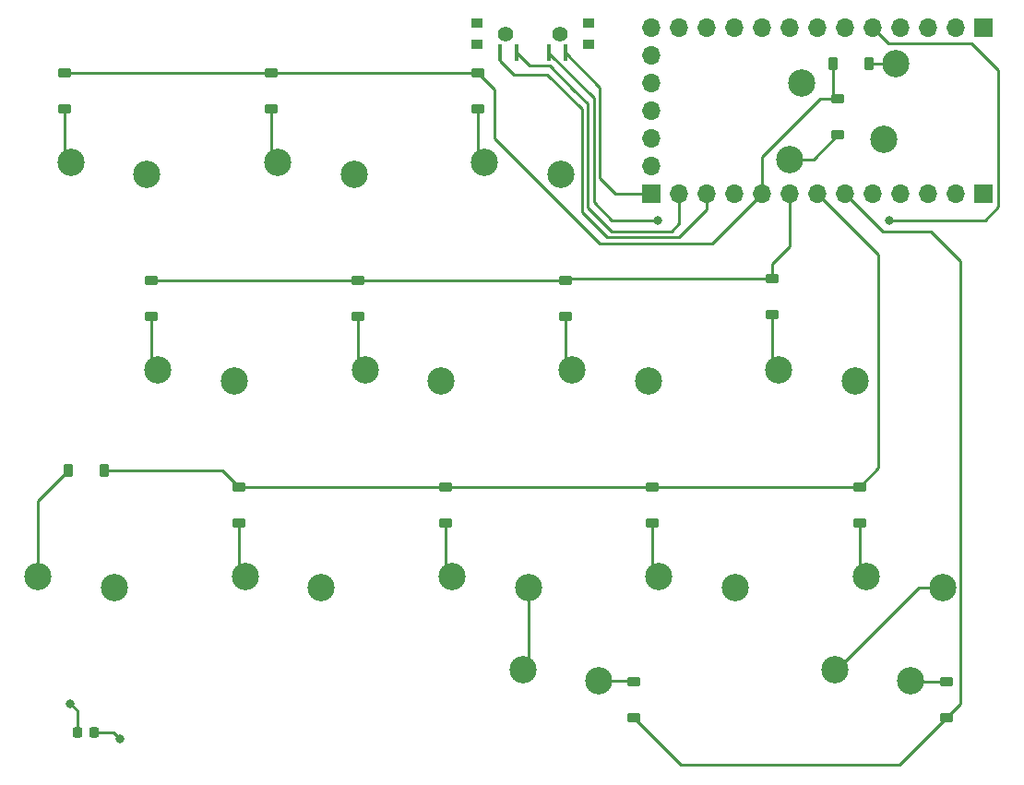
<source format=gbl>
%TF.GenerationSoftware,KiCad,Pcbnew,7.0.8*%
%TF.CreationDate,2023-11-29T19:23:37+01:00*%
%TF.ProjectId,Mathboard,4d617468-626f-4617-9264-2e6b69636164,rev?*%
%TF.SameCoordinates,Original*%
%TF.FileFunction,Copper,L2,Bot*%
%TF.FilePolarity,Positive*%
%FSLAX46Y46*%
G04 Gerber Fmt 4.6, Leading zero omitted, Abs format (unit mm)*
G04 Created by KiCad (PCBNEW 7.0.8) date 2023-11-29 19:23:37*
%MOMM*%
%LPD*%
G01*
G04 APERTURE LIST*
G04 Aperture macros list*
%AMRoundRect*
0 Rectangle with rounded corners*
0 $1 Rounding radius*
0 $2 $3 $4 $5 $6 $7 $8 $9 X,Y pos of 4 corners*
0 Add a 4 corners polygon primitive as box body*
4,1,4,$2,$3,$4,$5,$6,$7,$8,$9,$2,$3,0*
0 Add four circle primitives for the rounded corners*
1,1,$1+$1,$2,$3*
1,1,$1+$1,$4,$5*
1,1,$1+$1,$6,$7*
1,1,$1+$1,$8,$9*
0 Add four rect primitives between the rounded corners*
20,1,$1+$1,$2,$3,$4,$5,0*
20,1,$1+$1,$4,$5,$6,$7,0*
20,1,$1+$1,$6,$7,$8,$9,0*
20,1,$1+$1,$8,$9,$2,$3,0*%
G04 Aperture macros list end*
%TA.AperFunction,ComponentPad*%
%ADD10C,2.500000*%
%TD*%
%TA.AperFunction,SMDPad,CuDef*%
%ADD11RoundRect,0.225000X0.225000X0.375000X-0.225000X0.375000X-0.225000X-0.375000X0.225000X-0.375000X0*%
%TD*%
%TA.AperFunction,SMDPad,CuDef*%
%ADD12RoundRect,0.225000X0.375000X-0.225000X0.375000X0.225000X-0.375000X0.225000X-0.375000X-0.225000X0*%
%TD*%
%TA.AperFunction,ComponentPad*%
%ADD13R,1.700000X1.700000*%
%TD*%
%TA.AperFunction,ComponentPad*%
%ADD14O,1.700000X1.700000*%
%TD*%
%TA.AperFunction,SMDPad,CuDef*%
%ADD15RoundRect,0.225000X-0.375000X0.225000X-0.375000X-0.225000X0.375000X-0.225000X0.375000X0.225000X0*%
%TD*%
%TA.AperFunction,SMDPad,CuDef*%
%ADD16RoundRect,0.225000X-0.225000X-0.375000X0.225000X-0.375000X0.225000X0.375000X-0.225000X0.375000X0*%
%TD*%
%TA.AperFunction,SMDPad,CuDef*%
%ADD17RoundRect,0.225000X0.225000X0.250000X-0.225000X0.250000X-0.225000X-0.250000X0.225000X-0.250000X0*%
%TD*%
%TA.AperFunction,SMDPad,CuDef*%
%ADD18R,0.406400X1.499997*%
%TD*%
%TA.AperFunction,SMDPad,CuDef*%
%ADD19R,0.990600X0.812800*%
%TD*%
%TA.AperFunction,ComponentPad*%
%ADD20C,1.397000*%
%TD*%
%TA.AperFunction,ViaPad*%
%ADD21C,0.800000*%
%TD*%
%TA.AperFunction,Conductor*%
%ADD22C,0.250000*%
%TD*%
G04 APERTURE END LIST*
D10*
%TO.P,SW5,1,1*%
%TO.N,Net-(D5-A)*%
X166600000Y-46600000D03*
%TO.P,SW5,2,2*%
%TO.N,COL4*%
X165550000Y-53600000D03*
%TD*%
%TO.P,SW11,1,1*%
%TO.N,Net-(D11-A)*%
X106900000Y-93700000D03*
%TO.P,SW11,2,2*%
%TO.N,COL1*%
X113900000Y-94750000D03*
%TD*%
%TO.P,SW13,1,1*%
%TO.N,Net-(D13-A)*%
X144900000Y-93700000D03*
%TO.P,SW13,2,2*%
%TO.N,COL3*%
X151900000Y-94750000D03*
%TD*%
%TO.P,SW2,1,1*%
%TO.N,Net-(D2-A)*%
X109900000Y-55700000D03*
%TO.P,SW2,2,2*%
%TO.N,COL1*%
X116900000Y-56750000D03*
%TD*%
%TO.P,SW15,1,1*%
%TO.N,Net-(D15-A)*%
X139400000Y-103300000D03*
%TO.P,SW15,2,2*%
%TO.N,COL2*%
X132400000Y-102250000D03*
%TD*%
%TO.P,SW10,1,1*%
%TO.N,Net-(D10-A)*%
X87900000Y-93700000D03*
%TO.P,SW10,2,2*%
%TO.N,COL0*%
X94900000Y-94750000D03*
%TD*%
%TO.P,SW3,1,1*%
%TO.N,Net-(D3-A)*%
X128900000Y-55700000D03*
%TO.P,SW3,2,2*%
%TO.N,COL2*%
X135900000Y-56750000D03*
%TD*%
%TO.P,SW4,1,1*%
%TO.N,Net-(D4-A)*%
X156908000Y-55400000D03*
%TO.P,SW4,2,2*%
%TO.N,COL3*%
X157958000Y-48400000D03*
%TD*%
%TO.P,SW9,1,1*%
%TO.N,Net-(D9-A)*%
X155900000Y-74700000D03*
%TO.P,SW9,2,2*%
%TO.N,COL4*%
X162900000Y-75750000D03*
%TD*%
%TO.P,SW14,1,1*%
%TO.N,Net-(D14-A)*%
X163900000Y-93700000D03*
%TO.P,SW14,2,2*%
%TO.N,COL4*%
X170900000Y-94750000D03*
%TD*%
%TO.P,SW7,1,1*%
%TO.N,Net-(D7-A)*%
X117900000Y-74700000D03*
%TO.P,SW7,2,2*%
%TO.N,COL2*%
X124900000Y-75750000D03*
%TD*%
%TO.P,SW12,1,1*%
%TO.N,Net-(D12-A)*%
X125900000Y-93700000D03*
%TO.P,SW12,2,2*%
%TO.N,COL2*%
X132900000Y-94750000D03*
%TD*%
%TO.P,SW8,1,1*%
%TO.N,Net-(D8-A)*%
X136900000Y-74700000D03*
%TO.P,SW8,2,2*%
%TO.N,COL3*%
X143900000Y-75750000D03*
%TD*%
%TO.P,SW1,1,1*%
%TO.N,Net-(D1-A)*%
X90900000Y-55700000D03*
%TO.P,SW1,2,2*%
%TO.N,COL0*%
X97900000Y-56750000D03*
%TD*%
%TO.P,SW16,1,1*%
%TO.N,Net-(D16-A)*%
X168000000Y-103300000D03*
%TO.P,SW16,2,2*%
%TO.N,COL4*%
X161000000Y-102250000D03*
%TD*%
%TO.P,SW6,1,1*%
%TO.N,Net-(D6-A)*%
X98900000Y-74700000D03*
%TO.P,SW6,2,2*%
%TO.N,COL1*%
X105900000Y-75750000D03*
%TD*%
D11*
%TO.P,D10,1,K*%
%TO.N,ROW2*%
X93950000Y-84000000D03*
%TO.P,D10,2,A*%
%TO.N,Net-(D10-A)*%
X90650000Y-84000000D03*
%TD*%
D12*
%TO.P,D16,1,K*%
%TO.N,ROW3*%
X171300000Y-106650000D03*
%TO.P,D16,2,A*%
%TO.N,Net-(D16-A)*%
X171300000Y-103350000D03*
%TD*%
D13*
%TO.P,J1,1,Pin_1*%
%TO.N,Net-(J1-Pin_1)*%
X174680000Y-43360000D03*
D14*
%TO.P,J1,2,Pin_2*%
%TO.N,Net-(J1-Pin_2)*%
X172140000Y-43360000D03*
%TO.P,J1,3,Pin_3*%
%TO.N,GND*%
X169600000Y-43360000D03*
%TO.P,J1,4,Pin_4*%
%TO.N,Net-(J1-Pin_4)*%
X167060000Y-43360000D03*
%TO.P,J1,5,Pin_5*%
%TO.N,VDD*%
X164520000Y-43360000D03*
%TO.P,J1,6,Pin_6*%
%TO.N,Net-(J1-Pin_6)*%
X161980000Y-43360000D03*
%TO.P,J1,7,Pin_7*%
%TO.N,Net-(J1-Pin_7)*%
X159440000Y-43360000D03*
%TO.P,J1,8,Pin_8*%
%TO.N,Net-(J1-Pin_8)*%
X156900000Y-43360000D03*
%TO.P,J1,9,Pin_9*%
%TO.N,Net-(J1-Pin_9)*%
X154360000Y-43360000D03*
%TO.P,J1,10,Pin_10*%
%TO.N,Net-(J1-Pin_10)*%
X151820000Y-43360000D03*
%TO.P,J1,11,Pin_11*%
%TO.N,Net-(J1-Pin_11)*%
X149280000Y-43360000D03*
%TO.P,J1,12,Pin_12*%
%TO.N,Net-(J1-Pin_12)*%
X146740000Y-43360000D03*
%TD*%
D15*
%TO.P,D2,1,K*%
%TO.N,ROW0*%
X109300000Y-47500000D03*
%TO.P,D2,2,A*%
%TO.N,Net-(D2-A)*%
X109300000Y-50800000D03*
%TD*%
%TO.P,D7,1,K*%
%TO.N,ROW1*%
X117300000Y-66500000D03*
%TO.P,D7,2,A*%
%TO.N,Net-(D7-A)*%
X117300000Y-69800000D03*
%TD*%
%TO.P,D12,1,K*%
%TO.N,ROW2*%
X125300000Y-85500000D03*
%TO.P,D12,2,A*%
%TO.N,Net-(D12-A)*%
X125300000Y-88800000D03*
%TD*%
%TO.P,D1,1,K*%
%TO.N,ROW0*%
X90300000Y-47500000D03*
%TO.P,D1,2,A*%
%TO.N,Net-(D1-A)*%
X90300000Y-50800000D03*
%TD*%
D16*
%TO.P,D5,1,K*%
%TO.N,ROW0*%
X160850000Y-46600000D03*
%TO.P,D5,2,A*%
%TO.N,Net-(D5-A)*%
X164150000Y-46600000D03*
%TD*%
D13*
%TO.P,J2,1,Pin_1*%
%TO.N,RGB_DIN*%
X174680000Y-58600000D03*
D14*
%TO.P,J2,2,Pin_2*%
%TO.N,Net-(J2-Pin_2)*%
X172140000Y-58600000D03*
%TO.P,J2,3,Pin_3*%
%TO.N,Net-(J2-Pin_3)*%
X169600000Y-58600000D03*
%TO.P,J2,4,Pin_4*%
%TO.N,GND*%
X167060000Y-58600000D03*
%TO.P,J2,5,Pin_5*%
X164520000Y-58600000D03*
%TO.P,J2,6,Pin_6*%
%TO.N,ROW3*%
X161980000Y-58600000D03*
%TO.P,J2,7,Pin_7*%
%TO.N,ROW2*%
X159440000Y-58600000D03*
%TO.P,J2,8,Pin_8*%
%TO.N,ROW1*%
X156900000Y-58600000D03*
%TO.P,J2,9,Pin_9*%
%TO.N,ROW0*%
X154360000Y-58600000D03*
%TO.P,J2,10,Pin_10*%
%TO.N,Net-(J2-Pin_10)*%
X151820000Y-58600000D03*
%TO.P,J2,11,Pin_11*%
%TO.N,Net-(J2-Pin_11)*%
X149280000Y-58600000D03*
%TO.P,J2,12,Pin_12*%
%TO.N,Net-(J2-Pin_12)*%
X146740000Y-58600000D03*
%TD*%
D15*
%TO.P,D9,1,K*%
%TO.N,ROW1*%
X155300000Y-66350000D03*
%TO.P,D9,2,A*%
%TO.N,Net-(D9-A)*%
X155300000Y-69650000D03*
%TD*%
%TO.P,D3,1,K*%
%TO.N,ROW0*%
X128300000Y-47500000D03*
%TO.P,D3,2,A*%
%TO.N,Net-(D3-A)*%
X128300000Y-50800000D03*
%TD*%
%TO.P,D11,1,K*%
%TO.N,ROW2*%
X106300000Y-85500000D03*
%TO.P,D11,2,A*%
%TO.N,Net-(D11-A)*%
X106300000Y-88800000D03*
%TD*%
D17*
%TO.P,C1,1*%
%TO.N,VDD*%
X93075000Y-108000000D03*
%TO.P,C1,2*%
%TO.N,GND*%
X91525000Y-108000000D03*
%TD*%
D15*
%TO.P,D8,1,K*%
%TO.N,ROW1*%
X136300000Y-66500000D03*
%TO.P,D8,2,A*%
%TO.N,Net-(D8-A)*%
X136300000Y-69800000D03*
%TD*%
D13*
%TO.P,J4,1,Pin_1*%
%TO.N,Net-(J4-Pin_1)*%
X144200000Y-58600000D03*
D14*
%TO.P,J4,2,Pin_2*%
%TO.N,COL4*%
X144200000Y-56060000D03*
%TO.P,J4,3,Pin_3*%
%TO.N,COL3*%
X144200000Y-53520000D03*
%TO.P,J4,4,Pin_4*%
%TO.N,COL2*%
X144200000Y-50980000D03*
%TO.P,J4,5,Pin_5*%
%TO.N,COL1*%
X144200000Y-48440000D03*
%TO.P,J4,6,Pin_6*%
%TO.N,COL0*%
X144200000Y-45900000D03*
%TO.P,J4,7,Pin_7*%
%TO.N,Net-(J4-Pin_7)*%
X144200000Y-43360000D03*
%TD*%
D12*
%TO.P,D15,1,K*%
%TO.N,ROW3*%
X142550000Y-106650000D03*
%TO.P,D15,2,A*%
%TO.N,Net-(D15-A)*%
X142550000Y-103350000D03*
%TD*%
D15*
%TO.P,D13,1,K*%
%TO.N,ROW2*%
X144300000Y-85500000D03*
%TO.P,D13,2,A*%
%TO.N,Net-(D13-A)*%
X144300000Y-88800000D03*
%TD*%
%TO.P,D6,1,K*%
%TO.N,ROW1*%
X98300000Y-66500000D03*
%TO.P,D6,2,A*%
%TO.N,Net-(D6-A)*%
X98300000Y-69800000D03*
%TD*%
%TO.P,D4,1,K*%
%TO.N,ROW0*%
X161300000Y-49850000D03*
%TO.P,D4,2,A*%
%TO.N,Net-(D4-A)*%
X161300000Y-53150000D03*
%TD*%
%TO.P,D14,1,K*%
%TO.N,ROW2*%
X163300000Y-85500000D03*
%TO.P,D14,2,A*%
%TO.N,Net-(D14-A)*%
X163300000Y-88800000D03*
%TD*%
D18*
%TO.P,SW17,1,1*%
%TO.N,Net-(J2-Pin_11)*%
X130299999Y-45648000D03*
%TO.P,SW17,2,2*%
%TO.N,Net-(J2-Pin_12)*%
X131799999Y-45648000D03*
%TO.P,SW17,3,3*%
%TO.N,VDD*%
X134800001Y-45648000D03*
%TO.P,SW17,4,4*%
%TO.N,Net-(J4-Pin_1)*%
X136300000Y-45648000D03*
D19*
%TO.P,SW17,5*%
%TO.N,N/C*%
X128150000Y-44869500D03*
%TO.P,SW17,6*%
X128150000Y-42926500D03*
D20*
%TO.P,SW17,7*%
X130799999Y-43897500D03*
%TO.P,SW17,8*%
X135800000Y-43897500D03*
D19*
%TO.P,SW17,9*%
X138450000Y-44869500D03*
%TO.P,SW17,10*%
X138450000Y-42926500D03*
%TD*%
D21*
%TO.N,VDD*%
X144800000Y-61000000D03*
X95400000Y-108600000D03*
X166050000Y-61000000D03*
%TO.N,GND*%
X90850000Y-105350000D03*
%TD*%
D22*
%TO.N,ROW0*%
X154360000Y-58540000D02*
X149800000Y-63100000D01*
X149800000Y-63100000D02*
X139450000Y-63100000D01*
X160850000Y-46600000D02*
X160850000Y-49400000D01*
X129800000Y-49000000D02*
X128300000Y-47500000D01*
X129800000Y-53450000D02*
X129800000Y-49000000D01*
X90300000Y-47500000D02*
X128300000Y-47500000D01*
X154360000Y-55190000D02*
X154360000Y-58540000D01*
X139450000Y-63100000D02*
X129800000Y-53450000D01*
X159700000Y-49850000D02*
X154360000Y-55190000D01*
X161300000Y-49850000D02*
X159700000Y-49850000D01*
X160850000Y-49400000D02*
X161300000Y-49850000D01*
%TO.N,Net-(D1-A)*%
X90300000Y-55100000D02*
X90900000Y-55700000D01*
X90300000Y-50800000D02*
X90300000Y-55100000D01*
%TO.N,Net-(D2-A)*%
X109300000Y-55100000D02*
X109900000Y-55700000D01*
X109300000Y-50800000D02*
X109300000Y-55100000D01*
%TO.N,Net-(D3-A)*%
X128300000Y-50800000D02*
X128300000Y-55100000D01*
X128300000Y-55100000D02*
X128900000Y-55700000D01*
%TO.N,Net-(D4-A)*%
X159050000Y-55400000D02*
X161300000Y-53150000D01*
X156908000Y-55400000D02*
X159050000Y-55400000D01*
%TO.N,ROW1*%
X98300000Y-66500000D02*
X136300000Y-66500000D01*
X155300000Y-65000000D02*
X156900000Y-63400000D01*
X156900000Y-63400000D02*
X156900000Y-58540000D01*
X136450000Y-66350000D02*
X136300000Y-66500000D01*
X155300000Y-66350000D02*
X136450000Y-66350000D01*
X155300000Y-66350000D02*
X155300000Y-65000000D01*
%TO.N,Net-(D5-A)*%
X164150000Y-46600000D02*
X166600000Y-46600000D01*
%TO.N,Net-(D6-A)*%
X98300000Y-69800000D02*
X98300000Y-74100000D01*
X98300000Y-74100000D02*
X98900000Y-74700000D01*
%TO.N,Net-(D7-A)*%
X117300000Y-69800000D02*
X117300000Y-74100000D01*
X117300000Y-74100000D02*
X117900000Y-74700000D01*
%TO.N,Net-(D8-A)*%
X136300000Y-74100000D02*
X136900000Y-74700000D01*
X136300000Y-69800000D02*
X136300000Y-74100000D01*
%TO.N,ROW2*%
X125300000Y-85500000D02*
X144300000Y-85500000D01*
X144300000Y-85500000D02*
X163300000Y-85500000D01*
X163300000Y-85500000D02*
X165050000Y-83750000D01*
X106300000Y-85500000D02*
X125300000Y-85500000D01*
X104800000Y-84000000D02*
X106300000Y-85500000D01*
X165050000Y-83750000D02*
X165050000Y-64150000D01*
X93950000Y-84000000D02*
X104800000Y-84000000D01*
X165050000Y-64150000D02*
X159440000Y-58540000D01*
%TO.N,Net-(D9-A)*%
X155300000Y-69650000D02*
X155300000Y-74100000D01*
X155300000Y-74100000D02*
X155900000Y-74700000D01*
%TO.N,Net-(D10-A)*%
X87900000Y-93700000D02*
X87900000Y-86750000D01*
X87900000Y-86750000D02*
X90650000Y-84000000D01*
%TO.N,Net-(D11-A)*%
X106300000Y-93100000D02*
X106900000Y-93700000D01*
X106300000Y-88800000D02*
X106300000Y-93100000D01*
%TO.N,Net-(D12-A)*%
X125300000Y-88800000D02*
X125300000Y-93100000D01*
X125300000Y-93100000D02*
X125900000Y-93700000D01*
%TO.N,ROW3*%
X142550000Y-106650000D02*
X146900000Y-111000000D01*
X172575000Y-105375000D02*
X172575000Y-64775000D01*
X166950000Y-111000000D02*
X171300000Y-106650000D01*
X146900000Y-111000000D02*
X166950000Y-111000000D01*
X169800000Y-62000000D02*
X165440000Y-62000000D01*
X165440000Y-62000000D02*
X161980000Y-58540000D01*
X172575000Y-64775000D02*
X169800000Y-62000000D01*
X171300000Y-106650000D02*
X172575000Y-105375000D01*
%TO.N,Net-(D13-A)*%
X144300000Y-88800000D02*
X144300000Y-93100000D01*
X144300000Y-93100000D02*
X144900000Y-93700000D01*
%TO.N,Net-(D14-A)*%
X163300000Y-88800000D02*
X163300000Y-93100000D01*
X163300000Y-93100000D02*
X163900000Y-93700000D01*
%TO.N,Net-(D15-A)*%
X139200000Y-103300000D02*
X142500000Y-103300000D01*
X142500000Y-103300000D02*
X142550000Y-103350000D01*
%TO.N,Net-(D16-A)*%
X171300000Y-103350000D02*
X168250000Y-103350000D01*
X168250000Y-103350000D02*
X168200000Y-103300000D01*
%TO.N,COL2*%
X132900000Y-94750000D02*
X132900000Y-101550000D01*
X132900000Y-101550000D02*
X132200000Y-102250000D01*
%TO.N,VDD*%
X138900000Y-59350000D02*
X138900000Y-49802241D01*
X174800000Y-61000000D02*
X166050000Y-61000000D01*
X165960000Y-44800000D02*
X173580000Y-44800000D01*
X176005000Y-47225000D02*
X176005000Y-59795000D01*
X173580000Y-44800000D02*
X176005000Y-47225000D01*
X144800000Y-61000000D02*
X140550000Y-61000000D01*
X140550000Y-61000000D02*
X138900000Y-59350000D01*
X134800001Y-45702242D02*
X134800001Y-45648000D01*
X93075000Y-108000000D02*
X94800000Y-108000000D01*
X94800000Y-108000000D02*
X95400000Y-108600000D01*
X176005000Y-59795000D02*
X174800000Y-61000000D01*
X134800001Y-45250001D02*
X134800001Y-45148000D01*
X164520000Y-43360000D02*
X165960000Y-44800000D01*
X138900000Y-49802241D02*
X134800001Y-45702242D01*
%TO.N,GND*%
X91525000Y-106025000D02*
X90850000Y-105350000D01*
X91525000Y-108000000D02*
X91525000Y-106025000D01*
%TO.N,COL4*%
X168700000Y-94750000D02*
X161200000Y-102250000D01*
X170900000Y-94750000D02*
X168700000Y-94750000D01*
%TO.N,Net-(J2-Pin_11)*%
X146750000Y-62550000D02*
X149280000Y-60020000D01*
X137800000Y-50800000D02*
X137800000Y-60250000D01*
X130299999Y-46397999D02*
X131552000Y-47650000D01*
X130299999Y-45648000D02*
X130299999Y-46397999D01*
X140100000Y-62550000D02*
X146750000Y-62550000D01*
X149280000Y-60020000D02*
X149280000Y-58600000D01*
X131552000Y-47650000D02*
X134650000Y-47650000D01*
X137800000Y-60250000D02*
X140100000Y-62550000D01*
X134650000Y-47650000D02*
X137800000Y-50800000D01*
%TO.N,Net-(J2-Pin_12)*%
X146050000Y-62000000D02*
X146740000Y-61310000D01*
X138350000Y-59800000D02*
X140550000Y-62000000D01*
X134872999Y-46822999D02*
X137097760Y-49047760D01*
X137097760Y-49047760D02*
X138350000Y-50300000D01*
X132974998Y-46822999D02*
X134872999Y-46822999D01*
X140550000Y-62000000D02*
X146050000Y-62000000D01*
X146740000Y-61310000D02*
X146740000Y-58600000D01*
X131799999Y-45648000D02*
X132974998Y-46822999D01*
X138350000Y-50300000D02*
X138350000Y-59800000D01*
%TO.N,Net-(J4-Pin_1)*%
X140900000Y-58600000D02*
X139450000Y-57150000D01*
X139450000Y-48798000D02*
X136300000Y-45648000D01*
X144200000Y-58600000D02*
X140900000Y-58600000D01*
X139450000Y-57150000D02*
X139450000Y-48798000D01*
%TD*%
M02*

</source>
